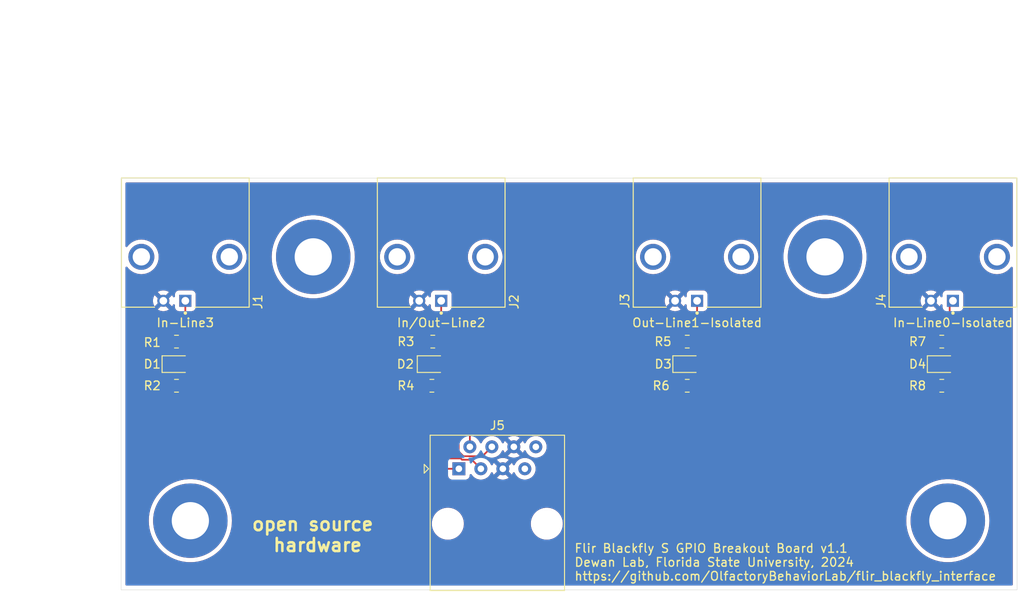
<source format=kicad_pcb>
(kicad_pcb (version 20240108) (generator "pcbnew") (generator_version "8.0")
  (title_block (title "Flir Blackfly S GPIO Breakout Board") (date "2024-10-15") (rev "v1.1") (company "Dewan Lab, Florida State University"))
  (layers (0 "F.Cu" signal) (31 "B.Cu" signal) (34 "B.Paste" user) (35 "F.Paste" user) (36 "B.SilkS" user "B.Silkscreen") (37 "F.SilkS" user "F.Silkscreen") (38 "B.Mask" user) (39 "F.Mask" user) (44 "Edge.Cuts" user))
  (net 0 "")
  (net 2 "OptoOut(Line1)")
  (net 4 "Input(Line3)")
  (net 6 "OptoGround")
  (net 7 "Input{slash}Output(Line2)")
  (net 8 "OptoInput(Line0)")
  (net 12 "Net-(D1-K)")
  (net 13 "Net-(D2-K)")
  (net 14 "Net-(D3-K)")
  (net 15 "Net-(D4-K)")
  (footprint "Library:LINX_CONBNC002" (layer "F.Cu") (at 97.1345 43.1975 180)
    (property "Reference" "J3" (at 8.3345 -5.1025 -90) (layer "F.SilkS"))
    (property "Value" "Out-Line1-Isolated" (at 0 -7.62 0) (layer "F.SilkS"))
    (fp_line (start 7.375 9.12) (end -7.375 9.12) (stroke (width 0.127)) (layer "F.SilkS"))
    (fp_line (start 7.375 -5.82) (end 7.375 9.12) (stroke (width 0.127)) (layer "F.SilkS"))
    (fp_line (start 3.56 -5.82) (end 7.375 -5.82) (stroke (width 0.127)) (layer "F.SilkS"))
    (fp_line (start -7.375 9.12) (end -7.375 -5.82) (stroke (width 0.127)) (layer "F.SilkS"))
    (fp_line (start -7.375 -5.82) (end -1.1 -5.82) (stroke (width 0.127)) (layer "F.SilkS"))
    (fp_circle (center 0 -6.5) (end 0.1 -6.5) (stroke (width 0.2)) (fill none) (layer "F.SilkS"))
    (pad "1" thru_hole rect (at 0 -5.08 180) (size 1.398 1.398) (drill 0.89) (layers "*.Cu" "*.Mask") (net 2 "OptoOut(Line1)"))
    (pad "2" thru_hole circle (at 2.54 -5.08 180) (size 1.398 1.398) (drill 0.89) (layers "*.Cu" "*.Mask") (net 6 "OptoGround"))
    (pad "S1" thru_hole circle (at -5.08 0 180) (size 3 3) (drill 2) (layers "*.Cu" "*.Mask"))
    (pad "S2" thru_hole circle (at 5.08 0 180) (size 3 3) (drill 2) (layers "*.Cu" "*.Mask"))
  )
  (footprint "MountingHole:MountingHole_4.3mm_M4_Pad" (layer "F.Cu") (at 38.6 73.7)
    (property "Reference" "H3" (hide yes))
    (property "Value" "MountingHole_Pad" (hide yes))
    (pad "1" thru_hole circle (at 0 0) (size 8.6 8.6) (drill 4.3) (layers "*.Cu" "*.Mask"))
  )
  (footprint "MountingHole:MountingHole_4.3mm_M4_Pad" (layer "F.Cu") (at 52.798625 43.1975)
    (property "Reference" "H1" (hide yes))
    (property "Value" "MountingHole_Pad" (hide yes))
    (pad "1" thru_hole circle (at 0 0) (size 8.6 8.6) (drill 4.3) (layers "*.Cu" "*.Mask"))
  )
  (footprint "Library:LINX_CONBNC002" (layer "F.Cu") (at 38.02 43.1975 180)
    (property "Reference" "J1" (at -8.38 -5.2025 90) (layer "F.SilkS"))
    (property "Value" "In-Line3" (at 0 -7.62 0) (layer "F.SilkS"))
    (fp_line (start 7.375 9.12) (end -7.375 9.12) (stroke (width 0.127)) (layer "F.SilkS"))
    (fp_line (start 7.375 -5.82) (end 7.375 9.12) (stroke (width 0.127)) (layer "F.SilkS"))
    (fp_line (start 3.56 -5.82) (end 7.375 -5.82) (stroke (width 0.127)) (layer "F.SilkS"))
    (fp_line (start -7.375 9.12) (end -7.375 -5.82) (stroke (width 0.127)) (layer "F.SilkS"))
    (fp_line (start -7.375 -5.82) (end -1.1 -5.82) (stroke (width 0.127)) (layer "F.SilkS"))
    (fp_circle (center 0 -6.5) (end 0.1 -6.5) (stroke (width 0.2)) (fill none) (layer "F.SilkS"))
    (pad "1" thru_hole rect (at 0 -5.08 180) (size 1.398 1.398) (drill 0.89) (layers "*.Cu" "*.Mask") (net 4 "Input(Line3)"))
    (pad "2" thru_hole circle (at 2.54 -5.08 180) (size 1.398 1.398) (drill 0.89) (layers "*.Cu" "*.Mask") (net 6 "OptoGround"))
    (pad "S1" thru_hole circle (at -5.08 0 180) (size 3 3) (drill 2) (layers "*.Cu" "*.Mask"))
    (pad "S2" thru_hole circle (at 5.08 0 180) (size 3 3) (drill 2) (layers "*.Cu" "*.Mask"))
  )
  (footprint "Library:OSHW_COPPER_10MM" (layer "F.Cu") (at 52.8 69.2)
    (property "Reference" "OSHW_COPPER_1" (hide yes))
    (property "Value" "VAL**" (hide yes))
    (pad "" smd trapezoid (at -4.1656 0 270) (size 1.45796 1.4986) (rect_delta 0 -0.2794) (layers "F.Cu" "F.Paste" "F.Mask"))
    (pad "" smd trapezoid (at -2.94386 -2.94386 225) (size 1.45796 1.4986) (rect_delta 0 -0.2794) (layers "F.Cu" "F.Paste" "F.Mask"))
    (pad "" smd trapezoid (at -2.94386 2.94386 315) (size 1.45796 1.4986) (rect_delta 0 -0.2794) (layers "F.Cu" "F.Paste" "F.Mask"))
    (pad "" smd trapezoid (at -2.39522 0 270) (size 1.08204 2.29108) (rect_delta 0 0.41402) (layers "F.Cu" "F.Paste" "F.Mask"))
    (pad "" smd trapezoid (at -2.21234 -0.9144 247.5) (size 1.08204 2.29108) (rect_delta 0 0.41402) (layers "F.Cu" "F.Paste" "F.Mask"))
    (pad "" smd trapezoid (at -2.21234 0.9144 292.5) (size 1.08204 2.29108) (rect_delta 0 0.41402) (layers "F.Cu" "F.Paste" "F.Mask"))
    (pad "" smd trapezoid (at -1.69164 -1.69164 225) (size 1.08204 2.29108) (rect_delta 0 0.41402) (layers "F.Cu" "F.Paste" "F.Mask"))
    (pad "" smd trapezoid (at -1.69164 1.69164 315) (size 1.08204 2.29108) (rect_delta 0 0.41402) (layers "F.Cu" "F.Paste" "F.Mask"))
    (pad "" smd trapezoid (at -1.32842 1.99136 326.3) (size 0.54102 2.29108) (rect_delta 0 0.20828) (layers "F.Cu" "F.Paste" "F.Mask"))
    (pad "" smd trapezoid (at -0.9144 -2.21234 202.5) (size 1.08204 2.29108) (rect_delta 0 0.41402) (layers "F.Cu" "F.Paste" "F.Mask"))
    (pad "" smd trapezoid (at 0 -4.1656 180) (size 1.45796 1.4986) (rect_delta 0 -0.2794) (layers "F.Cu" "F.Paste" "F.Mask"))
    (pad "" smd trapezoid (at 0 -2.39522 180) (size 1.08204 2.29108) (rect_delta 0 0.41402) (layers "F.Cu" "F.Paste" "F.Mask"))
    (pad "" smd trapezoid (at 0.9144 -2.21234 157.5) (size 1.08204 2.29108) (rect_delta 0 0.41402) (layers "F.Cu" "F.Paste" "F.Mask"))
    (pad "" smd trapezoid (at 1.32842 1.99136 33.7) (size 0.54102 2.29108) (rect_delta 0 0.20828) (layers "F.Cu" "F.Paste" "F.Mask"))
    (pad "" smd trapezoid (at 1.69164 -1.69164 135) (size 1.08204 2.29108) (rect_delta 0 0.41402) (layers "F.Cu" "F.Paste" "F.Mask"))
    (pad "" smd trapezoid (at 1.69164 1.69164 45) (size 1.08204 2.29108) (rect_delta 0 0.41402) (layers "F.Cu" "F.Paste" "F.Mask"))
    (pad "" smd trapezoid (at 2.21234 -0.9144 112.5) (size 1.08204 2.29108) (rect_delta 0 0.41402) (layers "F.Cu" "F.Paste" "F.Mask"))
    (pad "" smd trapezoid (at 2.21234 0.9144 67.5) (size 1.08204 2.29108) (rect_delta 0 0.41402) (layers "F.Cu" "F.Paste" "F.Mask"))
    (pad "" smd trapezoid (at 2.39522 0 90) (size 1.08204 2.29108) (rect_delta 0 0.41402) (layers "F.Cu" "F.Paste" "F.Mask"))
    (pad "" smd trapezoid (at 2.94386 -2.94386 135) (size 1.45796 1.4986) (rect_delta 0 -0.2794) (layers "F.Cu" "F.Paste" "F.Mask"))
    (pad "" smd trapezoid (at 2.94386 2.94386 45) (size 1.45796 1.4986) (rect_delta 0 -0.2794) (layers "F.Cu" "F.Paste" "F.Mask"))
    (pad "" smd trapezoid (at 4.1656 0 90) (size 1.45796 1.4986) (rect_delta 0 -0.2794) (layers "F.Cu" "F.Paste" "F.Mask"))
  )
  (footprint "Library:LINX_CONBNC002" (layer "F.Cu") (at 67.57725 43.1975 180)
    (property "Reference" "J2" (at -8.42275 -5.2025 90) (layer "F.SilkS"))
    (property "Value" "In/Out-Line2" (at 0 -7.62 0) (layer "F.SilkS"))
    (fp_line (start 7.375 9.12) (end -7.375 9.12) (stroke (width 0.127)) (layer "F.SilkS"))
    (fp_line (start 7.375 -5.82) (end 7.375 9.12) (stroke (width 0.127)) (layer "F.SilkS"))
    (fp_line (start 3.56 -5.82) (end 7.375 -5.82) (stroke (width 0.127)) (layer "F.SilkS"))
    (fp_line (start -7.375 9.12) (end -7.375 -5.82) (stroke (width 0.127)) (layer "F.SilkS"))
    (fp_line (start -7.375 -5.82) (end -1.1 -5.82) (stroke (width 0.127)) (layer "F.SilkS"))
    (fp_circle (center 0 -6.5) (end 0.1 -6.5) (stroke (width 0.2)) (fill none) (layer "F.SilkS"))
    (pad "1" thru_hole rect (at 0 -5.08 180) (size 1.398 1.398) (drill 0.89) (layers "*.Cu" "*.Mask") (net 7 "Input{slash}Output(Line2)"))
    (pad "2" thru_hole circle (at 2.54 -5.08 180) (size 1.398 1.398) (drill 0.89) (layers "*.Cu" "*.Mask") (net 6 "OptoGround"))
    (pad "S1" thru_hole circle (at -5.08 0 180) (size 3 3) (drill 2) (layers "*.Cu" "*.Mask"))
    (pad "S2" thru_hole circle (at 5.08 0 180) (size 3 3) (drill 2) (layers "*.Cu" "*.Mask"))
  )
  (footprint "MountingHole:MountingHole_4.3mm_M4_Pad" (layer "F.Cu") (at 111.913125 43.1975)
    (property "Reference" "H2" (hide yes))
    (property "Value" "MountingHole_Pad")
    (pad "1" thru_hole circle (at 0 0) (size 8.6 8.6) (drill 4.3) (layers "*.Cu" "*.Mask"))
  )
  (footprint "Resistor_SMD:R_0805_2012Metric" (layer "F.Cu") (at 66.60525 53 180)
    (property "Reference" "R3" (at 3.10525 0 0) (layer "F.SilkS"))
    (property "Value" "1k" (hide yes))
    (fp_line (start -0.227064 0.735) (end 0.227064 0.735) (stroke (width 0.12)) (layer "F.SilkS"))
    (fp_line (start -0.227064 -0.735) (end 0.227064 -0.735) (stroke (width 0.12)) (layer "F.SilkS"))
    (pad "1" smd roundrect (at -0.9125 0 180) (size 1.025 1.4) (layers "F.Cu" "F.Paste" "F.Mask") (roundrect_rratio 0.243902) (net 7 "Input{slash}Output(Line2)"))
    (pad "2" smd roundrect (at 0.9125 0 180) (size 1.025 1.4) (layers "F.Cu" "F.Paste" "F.Mask") (roundrect_rratio 0.243902) (net 6 "OptoGround"))
  )
  (footprint "Connector_RJ:RJ45_Amphenol_54602-x08_Horizontal" (layer "F.Cu") (at 69.6175 67.7)
    (property "Reference" "J5" (at 4.445 -5 0) (layer "F.SilkS"))
    (property "Value" "RJ45")
    (fp_line (start -4 -0.5) (end -4 0.5) (stroke (width 0.12)) (layer "F.SilkS"))
    (fp_line (start -4 0.5) (end -3.5 0) (stroke (width 0.12)) (layer "F.SilkS"))
    (fp_line (start -3.5 0) (end -4 -0.5) (stroke (width 0.12)) (layer "F.SilkS"))
    (fp_line (start -3.315 -3.88) (end -3.315 14.08) (stroke (width 0.12)) (layer "F.SilkS"))
    (fp_line (start -3.315 14.08) (end 12.205 14.08) (stroke (width 0.12)) (layer "F.SilkS"))
    (fp_line (start 12.205 -3.88) (end -3.315 -3.88) (stroke (width 0.12)) (layer "F.SilkS"))
    (fp_line (start 12.205 -3.88) (end 12.205 14.08) (stroke (width 0.12)) (layer "F.SilkS"))
    (pad "" np_thru_hole circle (at -1.27 6.35) (size 3.2 3.2) (drill 3.2) (layers "*.Cu" "*.Mask"))
    (pad "" np_thru_hole circle (at 10.16 6.35) (size 3.2 3.2) (drill 3.2) (layers "*.Cu" "*.Mask"))
    (pad "1" thru_hole rect (at 0 0) (size 1.5 1.5) (drill 0.76) (layers "*.Cu" "*.Mask") (net 4 "Input(Line3)"))
    (pad "2" thru_hole circle (at 1.27 -2.54) (size 1.5 1.5) (drill 0.76) (layers "*.Cu" "*.Mask") (net 8 "OptoInput(Line0)"))
    (pad "3" thru_hole circle (at 2.54 0) (size 1.5 1.5) (drill 0.76) (layers "*.Cu" "*.Mask") (net 7 "Input{slash}Output(Line2)"))
    (pad "4" thru_hole circle (at 3.81 -2.54) (size 1.5 1.5) (drill 0.76) (layers "*.Cu" "*.Mask") (net 2 "OptoOut(Line1)"))
    (pad "5" thru_hole circle (at 5.08 0) (size 1.5 1.5) (drill 0.76) (layers "*.Cu" "*.Mask") (net 6 "OptoGround"))
    (pad "6" thru_hole circle (at 6.35 -2.54) (size 1.5 1.5) (drill 0.76) (layers "*.Cu" "*.Mask") (net 6 "OptoGround"))
    (pad "7" thru_hole circle (at 7.62 0) (size 1.5 1.5) (drill 0.76) (layers "*.Cu" "*.Mask"))
    (pad "8" thru_hole circle (at 8.89 -2.54) (size 1.5 1.5) (drill 0.76) (layers "*.Cu" "*.Mask"))
  )
  (footprint "LED_SMD:LED_0805_2012Metric" (layer "F.Cu") (at 37.02 55.6)
    (property "Reference" "D1" (at -2.82 0 0) (layer "F.SilkS"))
    (property "Value" "LED")
    (fp_line (start -1.685 -0.96) (end -1.685 0.96) (stroke (width 0.12)) (layer "F.SilkS"))
    (fp_line (start -1.685 0.96) (end 1 0.96) (stroke (width 0.12)) (layer "F.SilkS"))
    (fp_line (start 1 -0.96) (end -1.685 -0.96) (stroke (width 0.12)) (layer "F.SilkS"))
    (pad "1" smd roundrect (at -0.9375 0) (size 0.975 1.4) (layers "F.Cu" "F.Paste" "F.Mask") (net 12 "Net-(D1-K)"))
    (pad "2" smd roundrect (at 0.9375 0) (size 0.975 1.4) (layers "F.Cu" "F.Paste" "F.Mask") (net 4 "Input(Line3)"))
  )
  (footprint "Resistor_SMD:R_0805_2012Metric" (layer "F.Cu") (at 66.5 58.1)
    (property "Reference" "R4" (at -3 0 0) (layer "F.SilkS"))
    (property "Value" "R_Small_US")
    (fp_line (start -0.227064 -0.735) (end 0.227064 -0.735) (stroke (width 0.12)) (layer "F.SilkS"))
    (fp_line (start -0.227064 0.735) (end 0.227064 0.735) (stroke (width 0.12)) (layer "F.SilkS"))
    (pad "1" smd roundrect (at -0.9125 0) (size 1.025 1.4) (layers "F.Cu" "F.Paste" "F.Mask") (roundrect_rratio 0.243902) (net 13 "Net-(D2-K)"))
    (pad "2" smd roundrect (at 0.9125 0) (size 1.025 1.4) (layers "F.Cu" "F.Paste" "F.Mask") (roundrect_rratio 0.243902) (net 6 "OptoGround"))
  )
  (footprint "Library:LINX_CONBNC002" (layer "F.Cu") (at 126.69175 43.1975 180)
    (property "Reference" "J4" (at 8.29175 -5.1025 90) (layer "F.SilkS"))
    (property "Value" "In-Line0-Isolated" (at 0 -7.62 0) (layer "F.SilkS"))
    (fp_line (start 7.375 9.12) (end -7.375 9.12) (stroke (width 0.127)) (layer "F.SilkS"))
    (fp_line (start 7.375 -5.82) (end 7.375 9.12) (stroke (width 0.127)) (layer "F.SilkS"))
    (fp_line (start 3.56 -5.82) (end 7.375 -5.82) (stroke (width 0.127)) (layer "F.SilkS"))
    (fp_line (start -7.375 9.12) (end -7.375 -5.82) (stroke (width 0.127)) (layer "F.SilkS"))
    (fp_line (start -7.375 -5.82) (end -1.1 -5.82) (stroke (width 0.127)) (layer "F.SilkS"))
    (fp_circle (center 0 -6.5) (end 0.1 -6.5) (stroke (width 0.2)) (fill none) (layer "F.SilkS"))
    (pad "1" thru_hole rect (at 0 -5.08 180) (size 1.398 1.398) (drill 0.89) (layers "*.Cu" "*.Mask") (net 8 "OptoInput(Line0)"))
    (pad "2" thru_hole circle (at 2.54 -5.08 180) (size 1.398 1.398) (drill 0.89) (layers "*.Cu" "*.Mask") (net 6 "OptoGround"))
    (pad "S1" thru_hole circle (at -5.08 0 180) (size 3 3) (drill 2) (layers "*.Cu" "*.Mask"))
    (pad "S2" thru_hole circle (at 5.08 0 180) (size 3 3) (drill 2) (layers "*.Cu" "*.Mask"))
  )
  (footprint "Resistor_SMD:R_0805_2012Metric" (layer "F.Cu") (at 37 53 180)
    (property "Reference" "R1" (at 2.8 -0.1 0) (layer "F.SilkS"))
    (property "Value" "1k" (hide yes))
    (fp_line (start -0.227064 0.735) (end 0.227064 0.735) (stroke (width 0.12)) (layer "F.SilkS"))
    (fp_line (start -0.227064 -0.735) (end 0.227064 -0.735) (stroke (width 0.12)) (layer "F.SilkS"))
    (pad "1" smd roundrect (at -0.9125 0 180) (size 1.025 1.4) (layers "F.Cu" "F.Paste" "F.Mask") (roundrect_rratio 0.243902) (net 4 "Input(Line3)"))
    (pad "2" smd roundrect (at 0.9125 0 180) (size 1.025 1.4) (layers "F.Cu" "F.Paste" "F.Mask") (roundrect_rratio 0.243902) (net 6 "OptoGround"))
  )
  (footprint "Resistor_SMD:R_0805_2012Metric" (layer "F.Cu") (at 125.4 53 180)
    (property "Reference" "R7" (at 2.8 0 0) (layer "F.SilkS"))
    (property "Value" "1k" (hide yes))
    (fp_line (start -0.227064 0.735) (end 0.227064 0.735) (stroke (width 0.12)) (layer "F.SilkS"))
    (fp_line (start -0.227064 -0.735) (end 0.227064 -0.735) (stroke (width 0.12)) (layer "F.SilkS"))
    (pad "1" smd roundrect (at -0.9125 0 180) (size 1.025 1.4) (layers "F.Cu" "F.Paste" "F.Mask") (roundrect_rratio 0.243902) (net 8 "OptoInput(Line0)"))
    (pad "2" smd roundrect (at 0.9125 0 180) (size 1.025 1.4) (layers "F.Cu" "F.Paste" "F.Mask") (roundrect_rratio 0.243902) (net 6 "OptoGround"))
  )
  (footprint "LED_SMD:LED_0805_2012Metric" (layer "F.Cu") (at 96.02 55.6)
    (property "Reference" "D3" (at -2.8 0 0) (layer "F.SilkS"))
    (property "Value" "LED")
    (fp_line (start -1.685 -0.96) (end -1.685 0.96) (stroke (width 0.12)) (layer "F.SilkS"))
    (fp_line (start -1.685 0.96) (end 1 0.96) (stroke (width 0.12)) (layer "F.SilkS"))
    (fp_line (start 1 -0.96) (end -1.685 -0.96) (stroke (width 0.12)) (layer "F.SilkS"))
    (pad "1" smd roundrect (at -0.9375 0) (size 0.975 1.4) (layers "F.Cu" "F.Paste" "F.Mask") (net 15 "Net-(D4-K)"))
    (pad "2" smd roundrect (at 0.9375 0) (size 0.975 1.4) (layers "F.Cu" "F.Paste" "F.Mask") (net 2 "OptoOut(Line1)"))
  )
  (footprint "MountingHole:MountingHole_4.3mm_M4_Pad" (layer "F.Cu") (at 126.1 73.7)
    (property "Reference" "H4" (hide yes))
    (property "Value" "MountingHole_Pad" (hide yes))
    (pad "1" thru_hole circle (at 0 0) (size 8.6 8.6) (drill 4.3) (layers "*.Cu" "*.Mask"))
  )
  (footprint "Resistor_SMD:R_0805_2012Metric" (layer "F.Cu") (at 96 53 180)
    (property "Reference" "R5" (at 2.8 0 0) (layer "F.SilkS"))
    (property "Value" "1k" (hide yes))
    (fp_line (start -0.227064 0.735) (end 0.227064 0.735) (stroke (width 0.12)) (layer "F.SilkS"))
    (fp_line (start -0.227064 -0.735) (end 0.227064 -0.735) (stroke (width 0.12)) (layer "F.SilkS"))
    (pad "1" smd roundrect (at -0.9125 0 180) (size 1.025 1.4) (layers "F.Cu" "F.Paste" "F.Mask") (roundrect_rratio 0.243902) (net 2 "OptoOut(Line1)"))
    (pad "2" smd roundrect (at 0.9125 0 180) (size 1.025 1.4) (layers "F.Cu" "F.Paste" "F.Mask") (roundrect_rratio 0.243902) (net 6 "OptoGround"))
  )
  (footprint "Resistor_SMD:R_0805_2012Metric" (layer "F.Cu") (at 125.4 58.1)
    (property "Reference" "R8" (at -2.8 0 0) (layer "F.SilkS"))
    (property "Value" "R_Small_US")
    (fp_line (start -0.227064 -0.735) (end 0.227064 -0.735) (stroke (width 0.12)) (layer "F.SilkS"))
    (fp_line (start -0.227064 0.735) (end 0.227064 0.735) (stroke (width 0.12)) (layer "F.SilkS"))
    (pad "1" smd roundrect (at -0.9125 0) (size 1.025 1.4) (layers "F.Cu" "F.Paste" "F.Mask") (roundrect_rratio 0.243902) (net 14 "Net-(D3-K)"))
    (pad "2" smd roundrect (at 0.9125 0) (size 1.025 1.4) (layers "F.Cu" "F.Paste" "F.Mask") (roundrect_rratio 0.243902) (net 6 "OptoGround"))
  )
  (footprint "Resistor_SMD:R_0805_2012Metric" (layer "F.Cu") (at 96 58.1)
    (property "Reference" "R6" (at -3.0125 0 0) (layer "F.SilkS"))
    (property "Value" "R_Small_US")
    (fp_line (start -0.227064 -0.735) (end 0.227064 -0.735) (stroke (width 0.12)) (layer "F.SilkS"))
    (fp_line (start -0.227064 0.735) (end 0.227064 0.735) (stroke (width 0.12)) (layer "F.SilkS"))
    (pad "1" smd roundrect (at -0.9125 0) (size 1.025 1.4) (layers "F.Cu" "F.Paste" "F.Mask") (roundrect_rratio 0.243902) (net 15 "Net-(D4-K)"))
    (pad "2" smd roundrect (at 0.9125 0) (size 1.025 1.4) (layers "F.Cu" "F.Paste" "F.Mask") (roundrect_rratio 0.243902) (net 6 "OptoGround"))
  )
  (footprint "LED_SMD:LED_0805_2012Metric" (layer "F.Cu") (at 125.42 55.6)
    (property "Reference" "D4" (at -2.82 0 0) (layer "F.SilkS"))
    (property "Value" "LED")
    (fp_line (start -1.685 -0.96) (end -1.685 0.96) (stroke (width 0.12)) (layer "F.SilkS"))
    (fp_line (start -1.685 0.96) (end 1 0.96) (stroke (width 0.12)) (layer "F.SilkS"))
    (fp_line (start 1 -0.96) (end -1.685 -0.96) (stroke (width 0.12)) (layer "F.SilkS"))
    (pad "1" smd roundrect (at -0.9375 0) (size 0.975 1.4) (layers "F.Cu" "F.Paste" "F.Mask") (net 14 "Net-(D3-K)"))
    (pad "2" smd roundrect (at 0.9375 0) (size 0.975 1.4) (layers "F.Cu" "F.Paste" "F.Mask") (net 8 "OptoInput(Line0)"))
  )
  (footprint "Library:mouse_copper_25mm_15mm" (layer "F.Cu") (at 107.8 67)
    (property "Reference" "REF**" (hide yes))
    (property "Value" "mouse_copper_25mm_15mm" (hide yes))
    (fp_poly (pts (xy 11.110034 1.356722) (xy 11.165704 1.367223) (xy 11.217588 1.388993) (xy 11.243907 1.404617) (xy 11.278325 1.432159) (xy 11.318328 1.473252) (xy 11.362856 1.526239) (xy 11.410852 1.589462) (xy 11.461257 1.661264) (xy 11.513013 1.739988) (xy 11.565063 1.823975) (xy 11.616348 1.911569) (xy 11.66581 2.001112) (xy 11.712391 2.090946) (xy 11.755033 2.179414) (xy 11.791967 2.263155) (xy 11.871652 2.468868) (xy 11.936693 2.670911) (xy 11.987704 2.872137) (xy 12.025301 3.075398) (xy 12.050101 3.283547) (xy 12.062718 3.499435) (xy 12.063301 3.520293) (xy 12.061502 3.756293) (xy 12.044098 3.987897) (xy 12.011252 4.214636) (xy 11.963129 4.43604) (xy 11.899893 4.65164) (xy 11.821707 4.860966) (xy 11.728738 5.063548) (xy 11.621147 5.258917) (xy 11.499101 5.446603) (xy 11.362762 5.626136) (xy 11.301707 5.698503) (xy 11.265442 5.738748) (xy 11.220848 5.785981) (xy 11.170895 5.837249) (xy 11.118556 5.8896) (xy 11.066803 5.94008) (xy 11.018609 5.985736) (xy 10.976945 6.023616) (xy 10.958172 6.039828) (xy 10.764978 6.191505) (xy 10.560371 6.331272) (xy 10.344589 6.459039) (xy 10.117869 6.574717) (xy 9.880447 6.678216) (xy 9.632562 6.769445) (xy 9.374449 6.848316) (xy 9.106346 6.914737) (xy 8.828491 6.96862) (xy 8.541119 7.009875) (xy 8.34432 7.030322) (xy 8.290303 7.034223) (xy 8.220758 7.037791) (xy 8.136749 7.041018) (xy 8.03934 7.043898) (xy 7.929594 7.046424) (xy 7.808577 7.048587) (xy 7.677352 7.050381) (xy 7.536984 7.051798) (xy 7.388537 7.052831) (xy 7.233074 7.053474) (xy 7.071661 7.053718) (xy 6.90536 7.053556) (xy 6.735238 7.052982) (xy 6.562357 7.051987) (xy 6.387781 7.050565) (xy 6.212576 7.048709) (xy 6.037805 7.04641) (xy 6.020896 7.046163) (xy 5.919929 7.044602) (xy 5.809311 7.042762) (xy 5.693075 7.04072) (xy 5.57525 7.038549) (xy 5.459869 7.036325) (xy 5.350963 7.034124) (xy 5.252563 7.03202) (xy 5.207698 7.031008) (xy 5.015312 7.026559) (xy 4.827066 7.022172) (xy 4.643691 7.017867) (xy 4.465916 7.013662) (xy 4.294472 7.009574) (xy 4.130088 7.005622) (xy 3.973495 7.001823) (xy 3.825423 6.998198) (xy 3.686601 6.994762) (xy 3.557761 6.991535) (xy 3.439632 6.988535) (xy 3.332943 6.98578) (xy 3.238426 6.983288) (xy 3.156811 6.981077) (xy 3.088827 6.979165) (xy 3.035204 6.977571) (xy 2.996673 6.976313) (xy 2.973963 6.975409) (xy 2.973191 6.975371) (xy 2.879554 6.970564) (xy 2.912573 6.934743) (xy 2.943697 6.898461) (xy 2.981963 6.849681) (xy 3.026098 6.79021) (xy 3.07483 6.721854) (xy 3.126884 6.64642) (xy 3.180989 6.565714) (xy 3.235871 6.481543) (xy 3.272683 6.423727) (xy 3.320877 6.34728) (xy 3.558962 6.352891) (xy 3.6141 6.35421) (xy 3.683209 6.355895) (xy 3.763672 6.357881) (xy 3.852871 6.360103) (xy 3.948188 6.362494) (xy 4.047004 6.364989) (xy 4.146701 6.367523) (xy 4.244661 6.37003) (xy 4.274179 6.37079) (xy 4.553776 6.377763) (xy 4.828295 6.38416) (xy 5.097166 6.389977) (xy 5.359818 6.39521) (xy 5.615681 6.399858) (xy 5.864186 6.403917) (xy 6.104762 6.407385) (xy 6.336839 6.410258) (xy 6.559847 6.412534) (xy 6.773216 6.41421) (xy 6.976375 6.415283) (xy 7.168755 6.41575) (xy 7.349785 6.415608) (xy 7.518896 6.414855) (xy 7.675516 6.413487) (xy 7.819077 6.411501) (xy 7.949007 6.408896) (xy 8.064737 6.405667) (xy 8.165697 6.401812) (xy 8.251317 6.397329) (xy 8.321025 6.392213) (xy 8.331873 6.391222) (xy 8.586168 6.360878) (xy 8.833823 6.318787) (xy 9.074097 6.265252) (xy 9.306251 6.200572) (xy 9.529547 6.12505) (xy 9.743245 6.038987) (xy 9.946606 5.942684) (xy 10.138891 5.836442) (xy 10.31936 5.720562) (xy 10.487274 5.595346) (xy 10.641895 5.461095) (xy 10.662782 5.441267) (xy 10.804595 5.293975) (xy 10.932253 5.138052) (xy 11.045687 4.973641) (xy 11.144827 4.800885) (xy 11.229607 4.619929) (xy 11.299956 4.430914) (xy 11.355806 4.233985) (xy 11.397088 4.029284) (xy 11.419094 3.864658) (xy 11.423114 3.812418) (xy 11.425801 3.74761) (xy 11.427184 3.674206) (xy 11.427293 3.596177) (xy 11.426156 3.517494) (xy 11.423804 3.44213) (xy 11.420266 3.374056) (xy 11.415571 3.317244) (xy 11.415018 3.312149) (xy 11.382929 3.096197) (xy 11.335513 2.886594) (xy 11.272728 2.68323) (xy 11.194528 2.485993) (xy 11.100868 2.294772) (xy 10.991705 2.109456) (xy 10.866994 1.929934) (xy 10.858383 1.918509) (xy 10.82337 1.871211) (xy 10.797685 1.832974) (xy 10.779905 1.800221) (xy 10.768603 1.769374) (xy 10.762353 1.736855) (xy 10.75973 1.699087) (xy 10.759294 1.669852) (xy 10.759564 1.629158) (xy 10.761262 1.600057) (xy 10.765265 1.577556) (xy 10.772452 1.556661) (xy 10.783339 1.533117) (xy 10.822083 1.471612) (xy 10.871453 1.422047) (xy 10.929864 1.385492) (xy 10.995732 1.363016) (xy 11.045423 1.356234)) (fill solid) (layer "F.Cu"))
    (fp_poly (pts (xy -4.725016 -7.047548) (xy -4.570783 -7.026995) (xy -4.421108 -6.992257) (xy -4.285274 -6.946282) (xy -4.131495 -6.87668) (xy -3.986732 -6.793396) (xy -3.851699 -6.697106) (xy -3.727114 -6.588487) (xy -3.613693 -6.468213) (xy -3.512153 -6.336962) (xy -3.42321 -6.19541) (xy -3.360915 -6.073717) (xy -3.310542 -5.954767) (xy -3.271894 -5.839049) (xy -3.243207 -5.720404) (xy -3.222714 -5.592677) (xy -3.222523 -5.591162) (xy -3.211993 -5.444967) (xy -3.216561 -5.298036) (xy -3.235674 -5.15209) (xy -3.268778 -5.008849) (xy -3.315322 -4.870034) (xy -3.37475 -4.737367) (xy -3.44651 -4.612568) (xy -3.530048 -4.497358) (xy -3.599422 -4.41898) (xy -3.62032 -4.396565) (xy -3.635232 -4.379098) (xy -3.64165 -4.369567) (xy -3.641583 -4.368727) (xy -3.630217 -4.362599) (xy -3.606388 -4.35133) (xy -3.572948 -4.336173) (xy -3.532749 -4.318384) (xy -3.488641 -4.299217) (xy -3.443476 -4.279925) (xy -3.400105 -4.261763) (xy -3.37532 -4.251601) (xy -3.263376 -4.208573) (xy -3.162816 -4.175253) (xy -3.07179 -4.151335) (xy -2.988449 -4.136512) (xy -2.910944 -4.130476) (xy -2.837425 -4.13292) (xy -2.766044 -4.143538) (xy -2.748275 -4.147442) (xy -2.55675 -4.189328) (xy -2.37499 -4.222947) (xy -2.198711 -4.248867) (xy -2.02363 -4.267656) (xy -1.845461 -4.27988) (xy -1.708637 -4.285044) (xy -1.444475 -4.284435) (xy -1.1868 -4.268783) (xy -0.934934 -4.238014) (xy -0.6882 -4.192055) (xy -0.551267 -4.159463) (xy -0.275918 -4.080187) (xy -0.006355 -3.985424) (xy 0.257123 -3.87535) (xy 0.514218 -3.75014) (xy 0.76463 -3.60997) (xy 1.00806 -3.455016) (xy 1.244209 -3.285454) (xy 1.472779 -3.101459) (xy 1.69347 -2.903207) (xy 1.85137 -2.747592) (xy 2.063105 -2.519035) (xy 2.264833 -2.277727) (xy 2.456236 -2.024392) (xy 2.636998 -1.759752) (xy 2.806801 -1.48453) (xy 2.965328 -1.199448) (xy 3.112263 -0.90523) (xy 3.247288 -0.602597) (xy 3.370086 -0.292272) (xy 3.48034 0.025021) (xy 3.577734 0.348561) (xy 3.66195 0.677624) (xy 3.732671 1.011488) (xy 3.78958 1.349431) (xy 3.83236 1.690729) (xy 3.842073 1.790172) (xy 3.866536 2.142167) (xy 3.87517 2.489711) (xy 3.868007 2.83267) (xy 3.845082 3.170911) (xy 3.806428 3.504301) (xy 3.752078 3.832706) (xy 3.682067 4.155993) (xy 3.596427 4.474028) (xy 3.495192 4.786679) (xy 3.378396 5.093811) (xy 3.246072 5.395292) (xy 3.098255 5.690989) (xy 2.934976 5.980767) (xy 2.75627 6.264493) (xy 2.692943 6.358189) (xy 2.64495 6.427067) (xy 2.603795 6.483863) (xy 2.567708 6.530687) (xy 2.534919 6.569645) (xy 2.503659 6.602848) (xy 2.47216 6.632402) (xy 2.440621 6.658843) (xy 2.361498 6.715469) (xy 2.276816 6.762611) (xy 2.184753 6.800872) (xy 2.08349 6.830851) (xy 1.971205 6.853149) (xy 1.846078 6.868368) (xy 1.793095 6.872535) (xy 1.776489 6.873101) (xy 1.74408 6.873644) (xy 1.696478 6.874165) (xy 1.634296 6.874662) (xy 1.558144 6.875137) (xy 1.468633 6.875589) (xy 1.366376 6.876018) (xy 1.251983 6.876425) (xy 1.126066 6.876809) (xy 0.989237 6.87717) (xy 0.842105 6.877509) (xy 0.685284 6.877826) (xy 0.519384 6.878121) (xy 0.345016 6.878393) (xy 0.162793 6.878643) (xy -0.026675 6.87887) (xy -0.222777 6.879076) (xy -0.424901 6.87926) (xy -0.632435 6.879422) (xy -0.844769 6.879561) (xy -1.06129 6.879679) (xy -1.281389 6.879776) (xy -1.504452 6.87985) (xy -1.729869 6.879903) (xy -1.957029 6.879934) (xy -2.18532 6.879944) (xy -2.414131 6.879932) (xy -2.642851 6.879899) (xy -2.870867 6.879844) (xy -3.09757 6.879768) (xy -3.322346 6.879671) (xy -3.544586 6.879552) (xy -3.763678 6.879413) (xy -3.97901 6.879252) (xy -4.189971 6.879071) (xy -4.39595 6.878868) (xy -4.596335 6.878645) (xy -4.790515 6.878401) (xy -4.977878 6.878136) (xy -5.157814 6.87785) (xy -5.329711 6.877544) (xy -5.492957 6.877217) (xy -5.646942 6.87687) (xy -5.791053 6.876502) (xy -5.92468 6.876114) (xy -6.047211 6.875705) (xy -6.158035 6.875276) (xy -6.25654 6.874827) (xy -6.342116 6.874358) (xy -6.41415 6.873868) (xy -6.472032 6.873359) (xy -6.515149 6.87283) (xy -6.542892 6.87228) (xy -6.554635 6.871713) (xy -6.608528 6.857312) (xy -6.666596 6.832006) (xy -6.723652 6.798594) (xy -6.774507 6.759873) (xy -6.791484 6.743993) (xy -6.84605 6.67815) (xy -6.886001 6.604615) (xy -6.911087 6.524007) (xy -6.921058 6.436946) (xy -6.921234 6.422983) (xy -6.913229 6.341418) (xy -6.890208 6.264108) (xy -6.853547 6.1927) (xy -6.804619 6.128839) (xy -6.7448 6.07417) (xy -6.675463 6.030341) (xy -6.597984 5.998995) (xy -6.558784 5.988967) (xy -6.545671 5.986701) (xy -6.528617 5.98472) (xy -6.506531 5.983008) (xy -6.478321 5.981544) (xy -6.442896 5.980311) (xy -6.399164 5.97929) (xy -6.346034 5.978463) (xy -6.282415 5.977811) (xy -6.207215 5.977316) (xy -6.119342 5.976959) (xy -6.017706 5.976722) (xy -5.901215 5.976587) (xy -5.824416 5.976547) (xy -5.148134 5.976322) (xy -5.106056 5.956729) (xy -5.059559 5.926658) (xy -5.024122 5.886513) (xy -5.000755 5.839189) (xy -4.990467 5.787579) (xy -4.994269 5.734579) (xy -5.011602 5.686056) (xy -5.021869 5.671749) (xy -5.042136 5.648104) (xy -5.070417 5.617267) (xy -5.104729 5.581382) (xy -5.143087 5.542593) (xy -5.157896 5.527946) (xy -5.292918 5.38661) (xy -5.411911 5.243531) (xy -5.515421 5.097764) (xy -5.603995 4.948363) (xy -5.67818 4.794381) (xy -5.738524 4.634872) (xy -5.785572 4.468891) (xy -5.795648 4.424769) (xy -5.807283 4.368998) (xy -5.814698 4.326614) (xy -5.817994 4.294979) (xy -5.817273 4.271457) (xy -5.812635 4.253412) (xy -5.804182 4.238206) (xy -5.802879 4.236397) (xy -5.788615 4.223588) (xy -5.760385 4.205148) (xy -5.717826 4.180866) (xy -5.660574 4.15053) (xy -5.612178 4.125891) (xy -5.519838 4.07846) (xy -5.438939 4.034514) (xy -5.365411 3.991633) (xy -5.295184 3.947401) (xy -5.224187 3.899398) (xy -5.188214 3.874003) (xy -5.032317 3.753659) (xy -4.887229 3.623449) (xy -4.753551 3.484343) (xy -4.631884 3.33731) (xy -4.522828 3.183322) (xy -4.426986 3.023348) (xy -4.344958 2.858357) (xy -4.277343 2.689321) (xy -4.224745 2.517209) (xy -4.187762 2.342991) (xy -4.173016 2.235065) (xy -4.168348 2.177393) (xy -4.168573 2.131821) (xy -4.174063 2.094481) (xy -4.185187 2.061506) (xy -4.190767 2.049714) (xy -4.225814 1.997196) (xy -4.270154 1.956833) (xy -4.321384 1.929187) (xy -4.377101 1.914821) (xy -4.434903 1.914297) (xy -4.492385 1.928177) (xy -4.547145 1.957023) (xy -4.556803 1.964058) (xy -4.595244 2.003214) (xy -4.625066 2.053939) (xy -4.64447 2.11267) (xy -4.650249 2.149063) (xy -4.674035 2.311914) (xy -4.713258 2.47003) (xy -4.768069 2.62373) (xy -4.838619 2.773333) (xy -4.925061 2.919157) (xy -5.027545 3.061521) (xy -5.146225 3.200744) (xy -5.15597 3.211269) (xy -5.215577 3.271427) (xy -5.283781 3.333736) (xy -5.357418 3.39573) (xy -5.433322 3.454947) (xy -5.508327 3.508922) (xy -5.579268 3.555192) (xy -5.642979 3.591293) (xy -5.646518 3.59309) (xy -5.704213 3.618229) (xy -5.77308 3.64183) (xy -5.847698 3.662201) (xy -5.910418 3.675497) (xy -5.95668 3.681663) (xy -6.015316 3.686039) (xy -6.082198 3.688597) (xy -6.153198 3.689305) (xy -6.224187 3.688132) (xy -6.291038 3.685048) (xy -6.349622 3.680023) (xy -6.359633 3.678827) (xy -6.547795 3.648329) (xy -6.74254 3.60366) (xy -6.942505 3.545219) (xy -7.146328 3.473405) (xy -7.352647 3.388618) (xy -7.357758 3.386365) (xy -7.422617 3.359455) (xy -7.478684 3.340694) (xy -7.531011 3.329082) (xy -7.584653 3.323616) (xy -7.64466 3.323296) (xy -7.670708 3.324342) (xy -7.772052 3.333971) (xy -7.861152 3.352478) (xy -7.940083 3.380355) (xy -7.972555 3.39594) (xy -8.013766 3.419319) (xy -8.048585 3.44399) (xy -8.080796 3.473347) (xy -8.114187 3.510785) (xy -8.146886 3.552233) (xy -8.213222 3.630285) (xy -8.282743 3.693471) (xy -8.35774 3.743496) (xy -8.440508 3.782064) (xy -8.470076 3.792621) (xy -8.499312 3.801646) (xy -8.526003 3.807756) (xy -8.554744 3.811521) (xy -8.590132 3.813509) (xy -8.636764 3.814288) (xy -8.645716 3.814339) (xy -8.717055 3.812539) (xy -8.77758 3.805622) (xy -8.832592 3.792429) (xy -8.887394 3.771802) (xy -8.927609 3.752755) (xy -9.010058 3.702322) (xy -9.081555 3.640779) (xy -9.141631 3.569844) (xy -9.189814 3.491235) (xy -9.225634 3.406673) (xy -9.24862 3.317875) (xy -9.258304 3.22656) (xy -9.254213 3.134446) (xy -9.235878 3.043252) (xy -9.202829 2.954698) (xy -9.16485 2.885929) (xy -9.117515 2.822156) (xy -9.056884 2.756165) (xy -8.985654 2.690172) (xy -8.906519 2.626397) (xy -8.822177 2.567055) (xy -8.735323 2.514366) (xy -8.674759 2.482767) (xy -8.603445 2.450263) (xy -8.5308 2.42161) (xy -8.454213 2.396071) (xy -8.371073 2.372908) (xy -8.278772 2.351384) (xy -8.174697 2.330762) (xy -8.075632 2.313491) (xy -8.00342 2.301133) (xy -7.945123 2.290078) (xy -7.898185 2.279562) (xy -7.860056 2.268818) (xy -7.828182 2.257082) (xy -7.80001 2.243589) (xy -7.772986 2.227573) (xy -7.759718 2.218795) (xy -7.695467 2.165498) (xy -7.643557 2.101973) (xy -7.604549 2.029686) (xy -7.579007 1.9501) (xy -7.567494 1.864681) (xy -7.570572 1.774894) (xy -7.575702 1.739834) (xy -7.596633 1.654548) (xy -7.630041 1.561941) (xy -7.674825 1.464232) (xy -7.729882 1.363638) (xy -7.794107 1.262378) (xy -7.856082 1.176125) (xy -7.894535 1.127135) (xy -7.937827 1.074726) (xy -7.984268 1.020703) (xy -8.032169 0.966871) (xy -8.07984 0.915032) (xy -8.125593 0.866993) (xy -8.167739 0.824556) (xy -8.204588 0.789527) (xy -8.234451 0.763711) (xy -8.255639 0.74891) (xy -8.256356 0.748535) (xy -8.312845 0.725602) (xy -8.38158 0.708644) (xy -8.463123 0.697627) (xy -8.558037 0.69252) (xy -8.666886 0.693289) (xy -8.790233 0.699903) (xy -8.91125 0.710534) (xy -8.974711 0.7167) (xy -9.050439 0.723618) (xy -9.134145 0.730923) (xy -9.221537 0.73825) (xy -9.308324 0.745235) (xy -9.390217 0.751511) (xy -9.409127 0.752905) (xy -9.526974 0.761596) (xy -9.630679 0.769441) (xy -9.722663 0.776656) (xy -9.805345 0.783458) (xy -9.881147 0.790061) (xy -9.952488 0.796683) (xy -10.021788 0.803538) (xy -10.091469 0.810843) (xy -10.163949 0.818814) (xy -10.222325 0.825442) (xy -10.364667 0.839768) (xy -10.49524 0.848779) (xy -10.613197 0.852459) (xy -10.717689 0.850793) (xy -10.807868 0.843766) (xy -10.857118 0.83655) (xy -10.999697 0.803883) (xy -11.134466 0.758209) (xy -11.262758 0.698821) (xy -11.385911 0.62501) (xy -11.50526 0.536066) (xy -11.622142 0.431281) (xy -11.623533 0.429927) (xy -11.730825 0.319137) (xy -11.822433 0.211044) (xy -11.898901 0.104873) (xy -11.960775 -0.000148) (xy -12.008599 -0.104795) (xy -12.01831 -0.130672) (xy -12.047991 -0.230039) (xy -12.062988 -0.322722) (xy -12.0633 -0.409771) (xy -12.048928 -0.492237) (xy -12.019871 -0.57117) (xy -12.018178 -0.574741) (xy -11.99234 -0.627316) (xy -11.968906 -0.671067) (xy -11.945412 -0.709515) (xy -11.919398 -0.74618) (xy -11.888402 -0.784582) (xy -11.849963 -0.828243) (xy -11.812202 -0.869318) (xy -11.789586 -0.894327) (xy -11.758474 -0.929712) (xy -11.720945 -0.973058) (xy -11.679076 -1.021951) (xy -11.634944 -1.073973) (xy -11.590628 -1.126712) (xy -11.585386 -1.132986) (xy -11.519259 -1.211554) (xy -11.443349 -1.300622) (xy -11.359132 -1.398495) (xy -11.268084 -1.50348) (xy -11.17168 -1.613884) (xy -11.071397 -1.728013) (xy -10.968709 -1.844173) (xy -10.865093 -1.960671) (xy -10.828187 -2.001987) (xy -10.79264 -2.041812) (xy -9.312785 -2.041812) (xy -9.307683 -1.953395) (xy -9.288222 -1.867243) (xy -9.25469 -1.78525) (xy -9.207377 -1.70931) (xy -9.146572 -1.641317) (xy -9.136982 -1.632525) (xy -9.094698 -1.600126) (xy -9.042349 -1.568061) (xy -8.98618 -1.539658) (xy -8.932433 -1.518239) (xy -8.909798 -1.511534) (xy -8.865007 -1.504298) (xy -8.810073 -1.501629) (xy -8.750597 -1.503239) (xy -8.692182 -1.50884) (xy -8.640429 -1.518144) (xy -8.61052 -1.526942) (xy -8.525191 -1.56677) (xy -8.448984 -1.619107) (xy -8.383361 -1.682459) (xy -8.329783 -1.755333) (xy -8.28971 -1.836238) (xy -8.279498 -1.865071) (xy -8.267711 -1.914869) (xy -8.260029 -1.974185) (xy -8.256853 -2.036358) (xy -8.258581 -2.094729) (xy -8.263441 -2.132558) (xy -8.277307 -2.182152) (xy -8.299954 -2.23792) (xy -8.32854 -2.294193) (xy -8.36022 -2.345301) (xy -8.388159 -2.381231) (xy -8.455295 -2.444193) (xy -8.530505 -2.493561) (xy -8.611939 -2.529043) (xy -8.697748 -2.550345) (xy -8.78608 -2.557175) (xy -8.875085 -2.54924) (xy -8.962914 -2.526248) (xy -9.047715 -2.487905) (xy -9.050951 -2.486086) (xy -9.086826 -2.461746) (xy -9.127178 -2.428019) (xy -9.167727 -2.389103) (xy -9.204191 -2.349194) (xy -9.232289 -2.312489) (xy -9.239048 -2.301705) (xy -9.278757 -2.217861) (xy -9.303239 -2.130599) (xy -9.312785 -2.041812) (xy -10.79264 -2.041812) (xy -10.792459 -2.042015) (xy -10.747225 -2.092813) (xy -10.693966 -2.152714) (xy -10.634162 -2.220049) (xy -10.569295 -2.293149) (xy -10.500844 -2.370346) (xy -10.430289 -2.449972) (xy -10.359112 -2.530358) (xy -10.288793 -2.609836) (xy -10.272304 -2.628482) (xy -10.200198 -2.709856) (xy -10.125099 -2.794295) (xy -10.048733 -2.879874) (xy -9.972828 -2.96467) (xy -9.89911 -3.046761) (xy -9.829308 -3.124223) (xy -9.765147 -3.195132) (xy -9.708355 -3.257567) (xy -9.660661 -3.309603) (xy -9.657471 -3.313062) (xy -9.554609 -3.423531) (xy -9.449528 -3.534403) (xy -9.343565 -3.644354) (xy -9.238062 -3.75206) (xy -9.134358 -3.856194) (xy -9.033793 -3.955434) (xy -8.937705 -4.048453) (xy -8.847435 -4.133928) (xy -8.764323 -4.210533) (xy -8.689708 -4.276944) (xy -8.638806 -4.320369) (xy -8.464605 -4.454777) (xy -8.281715 -4.57517) (xy -8.090769 -4.68126) (xy -7.892397 -4.772764) (xy -7.687232 -4.849396) (xy -7.475906 -4.910871) (xy -7.259051 -4.956903) (xy -7.210662 -4.96493) (xy -7.172367 -4.970834) (xy -7.139482 -4.975404) (xy -7.109196 -4.978749) (xy -7.078695 -4.980983) (xy -7.045167 -4.982218) (xy -7.005799 -4.982564) (xy -6.957778 -4.982135) (xy -6.898292 -4.981041) (xy -6.838839 -4.979724) (xy -6.770584 -4.978412) (xy -6.711443 -4.977778) (xy -6.662918 -4.977808) (xy -6.626512 -4.97849) (xy -6.603724 -4.979813) (xy -6.596052 -4.981708) (xy -6.594793 -5.003259) (xy -6.591476 -5.038969) (xy -6.586395 -5.086569) (xy -6.579841 -5.143789) (xy -6.572109 -5.20836) (xy -6.56349 -5.278012) (xy -6.554279 -5.350477) (xy -6.544767 -5.423484) (xy -6.535248 -5.494764) (xy -6.526014 -5.562048) (xy -6.51736 -5.623067) (xy -6.509576 -5.675551) (xy -6.502958 -5.71723) (xy -6.497796 -5.745835) (xy -6.496826 -5.750419) (xy -6.454507 -5.903429) (xy -6.397193 -6.050916) (xy -6.325831 -6.191956) (xy -6.241372 -6.325624) (xy -6.144767 -6.450994) (xy -6.036964 -6.567142) (xy -5.918915 -6.673141) (xy -5.791568 -6.768068) (xy -5.655873 -6.850997) (xy -5.512782 -6.921002) (xy -5.363242 -6.977159) (xy -5.208205 -7.018543) (xy -5.191122 -7.022099) (xy -5.037581 -7.045301) (xy -4.881414 -7.053717)) (fill solid) (layer "F.Cu"))
  )
  (footprint "LED_SMD:LED_0805_2012Metric" (layer "F.Cu") (at 66.5 55.6)
    (property "Reference" "D2" (at -3.0625 0 0) (layer "F.SilkS"))
    (property "Value" "LED")
    (fp_line (start -1.685 -0.96) (end -1.685 0.96) (stroke (width 0.12)) (layer "F.SilkS"))
    (fp_line (start -1.685 0.96) (end 1 0.96) (stroke (width 0.12)) (layer "F.SilkS"))
    (fp_line (start 1 -0.96) (end -1.685 -0.96) (stroke (width 0.12)) (layer "F.SilkS"))
    (pad "1" smd roundrect (at -0.9375 0) (size 0.975 1.4) (layers "F.Cu" "F.Paste" "F.Mask") (net 13 "Net-(D2-K)"))
    (pad "2" smd roundrect (at 0.9375 0) (size 0.975 1.4) (layers "F.Cu" "F.Paste" "F.Mask") (net 7 "Input{slash}Output(Line2)"))
  )
  (footprint "Resistor_SMD:R_0805_2012Metric" (layer "F.Cu") (at 37 58.1)
    (property "Reference" "R2" (at -2.8 0 0) (layer "F.SilkS"))
    (property "Value" "R_Small_US")
    (fp_line (start -0.227064 -0.735) (end 0.227064 -0.735) (stroke (width 0.12)) (layer "F.SilkS"))
    (fp_line (start -0.227064 0.735) (end 0.227064 0.735) (stroke (width 0.12)) (layer "F.SilkS"))
    (pad "1" smd roundrect (at -0.9125 0) (size 1.025 1.4) (layers "F.Cu" "F.Paste" "F.Mask") (roundrect_rratio 0.243902) (net 12 "Net-(D1-K)"))
    (pad "2" smd roundrect (at 0.9125 0) (size 1.025 1.4) (layers "F.Cu" "F.Paste" "F.Mask") (roundrect_rratio 0.243902) (net 6 "OptoGround"))
  )
  (gr_rect (start 30.6 34.1) (end 134.1 81.7) (stroke (width 0.05)) (fill none) (layer "Edge.Cuts"))
  (gr_text "open source \nhardware" (at 53.3 77.4 0) (layer "F.SilkS") (effects (font (size 1.5 1.5) (thickness 0.3) (bold yes)) (justify bottom)))
  (gr_text "Flir Blackfly S GPIO Breakout Board v1.1\nDewan Lab, Florida State University, 2024\nhttps://github.com/OlfactoryBehaviorLab/flir_blackfly_interface" (at 82.9 80.7 0) (layer "F.SilkS") (effects (font (size 1 1)) (justify left bottom)))
  (segment (start 96.9125 54.2) (end 96.9125 55.555) (width 0.2) (layer "F.Cu") (net 2))
  (segment (start 69.6 64.5) (end 79.9 54.2) (width 0.2) (layer "F.Cu") (net 2))
  (segment (start 70.15 66.25) (end 69.6 65.7) (width 0.2) (layer "F.Cu") (net 2))
  (segment (start 73.4275 65.16) (end 72.3375 66.25) (width 0.2) (layer "F.Cu") (net 2))
  (segment (start 96.9125 53) (end 96.9125 54.2) (width 0.2) (layer "F.Cu") (net 2))
  (segment (start 97.1345 48.2775) (end 97.1345 52.778) (width 0.2) (layer "F.Cu") (net 2))
  (segment (start 69.6 65.7) (end 69.6 64.5) (width 0.2) (layer "F.Cu") (net 2))
  (segment (start 79.9 54.2) (end 96.9125 54.2) (width 0.2) (layer "F.Cu") (net 2))
  (segment (start 72.3375 66.25) (end 70.15 66.25) (width 0.2) (layer "F.Cu") (net 2))
  (segment (start 40.2575 57.9) (end 58.4 57.9) (width 0.2) (layer "F.Cu") (net 4))
  (segment (start 58.4 57.9) (end 68.2 67.7) (width 0.2) (layer "F.Cu") (net 4))
  (segment (start 37.9575 55.6) (end 37.9575 53.045) (width 0.2) (layer "F.Cu") (net 4))
  (segment (start 38.02 48.2775) (end 38.02 52.8925) (width 0.2) (layer "F.Cu") (net 4))
  (segment (start 68.2 67.7) (end 69.6175 67.7) (width 0.2) (layer "F.Cu") (net 4))
  (segment (start 37.9575 55.6) (end 40.2575 57.9) (width 0.2) (layer "F.Cu") (net 4))
  (segment (start 71.1075 66.65) (end 69.984315 66.65) (width 0.2) (layer "F.Cu") (net 7))
  (segment (start 67.8 66.5) (end 64.2 62.9) (width 0.2) (layer "F.Cu") (net 7))
  (segment (start 64.2 62.9) (end 64.2 55.486768) (width 0.2) (layer "F.Cu") (net 7))
  (segment (start 67.51775 54.4) (end 67.51775 54.5) (width 0.2) (layer "F.Cu") (net 7))
  (segment (start 69.834315 66.5) (end 67.8 66.5) (width 0.2) (layer "F.Cu") (net 7))
  (segment (start 64.2 55.486768) (end 65.286768 54.4) (width 0.2) (layer "F.Cu") (net 7))
  (segment (start 69.984315 66.65) (end 69.834315 66.5) (width 0.2) (layer "F.Cu") (net 7))
  (segment (start 67.51775 53) (end 67.51775 54.4) (width 0.2) (layer "F.Cu") (net 7))
  (segment (start 67.51775 54.5) (end 67.51775 55.51975) (width 0.2) (layer "F.Cu") (net 7))
  (segment (start 72.1575 67.7) (end 71.1075 66.65) (width 0.2) (layer "F.Cu") (net 7))
  (segment (start 65.286768 54.4) (end 67.51775 54.4) (width 0.2) (layer "F.Cu") (net 7))
  (segment (start 67.57725 48.2775) (end 67.57725 52.9405) (width 0.2) (layer "F.Cu") (net 7))
  (segment (start 126.3125 53) (end 126.3125 48.65675) (width 0.2) (layer "F.Cu") (net 8))
  (segment (start 73.8 61) (end 97.85 61) (width 0.2) (layer "F.Cu") (net 8))
  (segment (start 70.8875 63.9125) (end 73.8 61) (width 0.2) (layer "F.Cu") (net 8))
  (segment (start 97.85 61) (end 104.7 54.15) (width 0.2) (layer "F.Cu") (net 8))
  (segment (start 126.3575 54.1) (end 126.3575 53.045) (width 0.2) (layer "F.Cu") (net 8))
  (segment (start 126.3575 55.6) (end 126.3575 54.1) (width 0.2) (layer "F.Cu") (net 8))
  (segment (start 70.8875 65.16) (end 70.8875 63.9125) (width 0.2) (layer "F.Cu") (net 8))
  (segment (start 104.7 54.15) (end 126.3075 54.15) (width 0.2) (layer "F.Cu") (net 8))
  (segment (start 126.3075 54.15) (end 126.3575 54.1) (width 0.2) (layer "F.Cu") (net 8))
  (segment (start 36.0825 55.6) (end 36.0825 58.095) (width 0.2) (layer "F.Cu") (net 12))
  (segment (start 65.5625 55.6) (end 65.5625 58.075) (width 0.2) (layer "F.Cu") (net 13))
  (segment (start 124.4875 58.1) (end 124.4875 55.605) (width 0.2) (layer "F.Cu") (net 14))
  (segment (start 95.0875 58.1) (end 95.0875 55.605) (width 0.2) (layer "F.Cu") (net 15))
  (zone (net 6) (net_name "OptoGround") (layer "F.Cu") (priority 1) (connect_pads (clearance 0.5)) (min_thickness 0.25) (fill yes (thermal_gap 0.5) (thermal_bridge_width 0.5))
    (polygon (pts (xy 30.6 34) (xy 134.1 34.1) (xy 134.1 81.7) (xy 30.6 81.7)))
  )
  (zone (net 6) (net_name "OptoGround") (layer "B.Cu") (connect_pads (clearance 0.5)) (min_thickness 0.25) (fill yes (thermal_gap 0.5) (thermal_bridge_width 0.5))
    (polygon (pts (xy 30.6 34) (xy 134.1 34.1) (xy 134.1 81.7) (xy 30.6 81.7)))
  )
)
</source>
